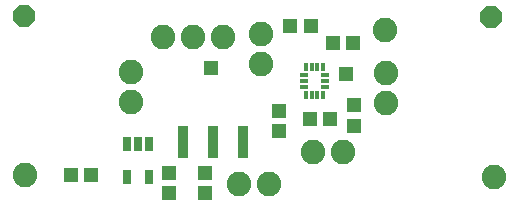
<source format=gts>
G75*
%MOIN*%
%OFA0B0*%
%FSLAX25Y25*%
%IPPOS*%
%LPD*%
%AMOC8*
5,1,8,0,0,1.08239X$1,22.5*
%
%ADD10R,0.05131X0.04737*%
%ADD11R,0.04737X0.05131*%
%ADD12R,0.02965X0.05131*%
%ADD13C,0.08200*%
%ADD14OC8,0.07100*%
%ADD15R,0.03300X0.10800*%
%ADD16R,0.01784X0.02572*%
%ADD17R,0.02572X0.01784*%
%ADD18R,0.05162X0.05162*%
D10*
X0035451Y0018187D03*
X0042144Y0018187D03*
X0115169Y0036887D03*
X0121861Y0036887D03*
X0122769Y0062087D03*
X0129461Y0062087D03*
X0115395Y0067787D03*
X0108702Y0067787D03*
D11*
X0130015Y0041434D03*
X0130015Y0034741D03*
X0104915Y0032841D03*
X0104915Y0039534D03*
X0080125Y0018904D03*
X0068282Y0018808D03*
X0068282Y0012116D03*
X0080125Y0012211D03*
D12*
X0061660Y0017660D03*
X0054180Y0017660D03*
X0054180Y0028683D03*
X0057920Y0028683D03*
X0061660Y0028683D03*
D13*
X0020109Y0018348D03*
X0055679Y0042502D03*
X0055679Y0052502D03*
X0066232Y0064100D03*
X0076232Y0064100D03*
X0086232Y0064100D03*
X0098759Y0065400D03*
X0098759Y0055400D03*
X0140538Y0052180D03*
X0140538Y0042180D03*
X0126315Y0025987D03*
X0116315Y0025987D03*
X0101604Y0015200D03*
X0091604Y0015200D03*
X0176606Y0017560D03*
X0140098Y0066508D03*
D14*
X0175584Y0071007D03*
X0019959Y0071104D03*
D15*
X0072915Y0029087D03*
X0082915Y0029087D03*
X0092915Y0029087D03*
D16*
X0113762Y0044961D03*
X0115731Y0044961D03*
X0117699Y0044961D03*
X0119668Y0044961D03*
X0119668Y0054213D03*
X0117699Y0054213D03*
X0115731Y0054213D03*
X0113762Y0054213D03*
D17*
X0113073Y0051556D03*
X0113073Y0049587D03*
X0113073Y0047619D03*
X0120357Y0047619D03*
X0120357Y0049587D03*
X0120357Y0051556D03*
D18*
X0127115Y0051787D03*
X0082215Y0053987D03*
M02*

</source>
